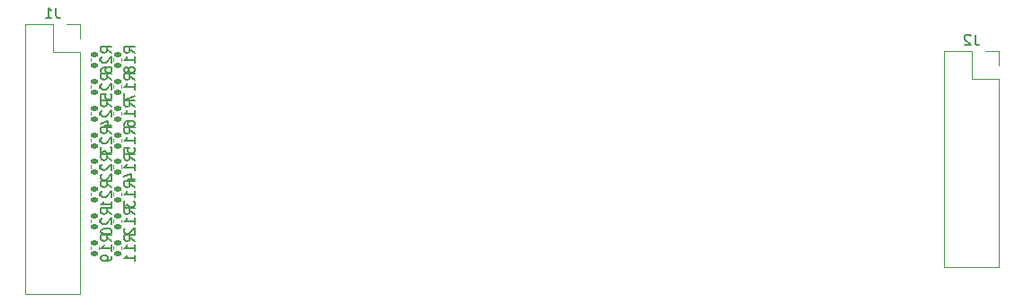
<source format=gbr>
%TF.GenerationSoftware,KiCad,Pcbnew,8.0.3*%
%TF.CreationDate,2025-07-14T16:25:53+02:00*%
%TF.ProjectId,Cmes,436d6573-2e6b-4696-9361-645f70636258,rev?*%
%TF.SameCoordinates,Original*%
%TF.FileFunction,Legend,Bot*%
%TF.FilePolarity,Positive*%
%FSLAX46Y46*%
G04 Gerber Fmt 4.6, Leading zero omitted, Abs format (unit mm)*
G04 Created by KiCad (PCBNEW 8.0.3) date 2025-07-14 16:25:53*
%MOMM*%
%LPD*%
G01*
G04 APERTURE LIST*
G04 Aperture macros list*
%AMRoundRect*
0 Rectangle with rounded corners*
0 $1 Rounding radius*
0 $2 $3 $4 $5 $6 $7 $8 $9 X,Y pos of 4 corners*
0 Add a 4 corners polygon primitive as box body*
4,1,4,$2,$3,$4,$5,$6,$7,$8,$9,$2,$3,0*
0 Add four circle primitives for the rounded corners*
1,1,$1+$1,$2,$3*
1,1,$1+$1,$4,$5*
1,1,$1+$1,$6,$7*
1,1,$1+$1,$8,$9*
0 Add four rect primitives between the rounded corners*
20,1,$1+$1,$2,$3,$4,$5,0*
20,1,$1+$1,$4,$5,$6,$7,0*
20,1,$1+$1,$6,$7,$8,$9,0*
20,1,$1+$1,$8,$9,$2,$3,0*%
G04 Aperture macros list end*
%ADD10C,0.150000*%
%ADD11C,0.120000*%
%ADD12RoundRect,0.135000X0.185000X-0.135000X0.185000X0.135000X-0.185000X0.135000X-0.185000X-0.135000X0*%
%ADD13R,1.700000X1.700000*%
%ADD14O,1.700000X1.700000*%
G04 APERTURE END LIST*
D10*
X86308419Y-91279742D02*
X85832228Y-90946409D01*
X86308419Y-90708314D02*
X85308419Y-90708314D01*
X85308419Y-90708314D02*
X85308419Y-91089266D01*
X85308419Y-91089266D02*
X85356038Y-91184504D01*
X85356038Y-91184504D02*
X85403657Y-91232123D01*
X85403657Y-91232123D02*
X85498895Y-91279742D01*
X85498895Y-91279742D02*
X85641752Y-91279742D01*
X85641752Y-91279742D02*
X85736990Y-91232123D01*
X85736990Y-91232123D02*
X85784609Y-91184504D01*
X85784609Y-91184504D02*
X85832228Y-91089266D01*
X85832228Y-91089266D02*
X85832228Y-90708314D01*
X85403657Y-91660695D02*
X85356038Y-91708314D01*
X85356038Y-91708314D02*
X85308419Y-91803552D01*
X85308419Y-91803552D02*
X85308419Y-92041647D01*
X85308419Y-92041647D02*
X85356038Y-92136885D01*
X85356038Y-92136885D02*
X85403657Y-92184504D01*
X85403657Y-92184504D02*
X85498895Y-92232123D01*
X85498895Y-92232123D02*
X85594133Y-92232123D01*
X85594133Y-92232123D02*
X85736990Y-92184504D01*
X85736990Y-92184504D02*
X86308419Y-91613076D01*
X86308419Y-91613076D02*
X86308419Y-92232123D01*
X85308419Y-92851171D02*
X85308419Y-92946409D01*
X85308419Y-92946409D02*
X85356038Y-93041647D01*
X85356038Y-93041647D02*
X85403657Y-93089266D01*
X85403657Y-93089266D02*
X85498895Y-93136885D01*
X85498895Y-93136885D02*
X85689371Y-93184504D01*
X85689371Y-93184504D02*
X85927466Y-93184504D01*
X85927466Y-93184504D02*
X86117942Y-93136885D01*
X86117942Y-93136885D02*
X86213180Y-93089266D01*
X86213180Y-93089266D02*
X86260800Y-93041647D01*
X86260800Y-93041647D02*
X86308419Y-92946409D01*
X86308419Y-92946409D02*
X86308419Y-92851171D01*
X86308419Y-92851171D02*
X86260800Y-92755933D01*
X86260800Y-92755933D02*
X86213180Y-92708314D01*
X86213180Y-92708314D02*
X86117942Y-92660695D01*
X86117942Y-92660695D02*
X85927466Y-92613076D01*
X85927466Y-92613076D02*
X85689371Y-92613076D01*
X85689371Y-92613076D02*
X85498895Y-92660695D01*
X85498895Y-92660695D02*
X85403657Y-92708314D01*
X85403657Y-92708314D02*
X85356038Y-92755933D01*
X85356038Y-92755933D02*
X85308419Y-92851171D01*
X86308419Y-83659742D02*
X85832228Y-83326409D01*
X86308419Y-83088314D02*
X85308419Y-83088314D01*
X85308419Y-83088314D02*
X85308419Y-83469266D01*
X85308419Y-83469266D02*
X85356038Y-83564504D01*
X85356038Y-83564504D02*
X85403657Y-83612123D01*
X85403657Y-83612123D02*
X85498895Y-83659742D01*
X85498895Y-83659742D02*
X85641752Y-83659742D01*
X85641752Y-83659742D02*
X85736990Y-83612123D01*
X85736990Y-83612123D02*
X85784609Y-83564504D01*
X85784609Y-83564504D02*
X85832228Y-83469266D01*
X85832228Y-83469266D02*
X85832228Y-83088314D01*
X85403657Y-84040695D02*
X85356038Y-84088314D01*
X85356038Y-84088314D02*
X85308419Y-84183552D01*
X85308419Y-84183552D02*
X85308419Y-84421647D01*
X85308419Y-84421647D02*
X85356038Y-84516885D01*
X85356038Y-84516885D02*
X85403657Y-84564504D01*
X85403657Y-84564504D02*
X85498895Y-84612123D01*
X85498895Y-84612123D02*
X85594133Y-84612123D01*
X85594133Y-84612123D02*
X85736990Y-84564504D01*
X85736990Y-84564504D02*
X86308419Y-83993076D01*
X86308419Y-83993076D02*
X86308419Y-84612123D01*
X85308419Y-84945457D02*
X85308419Y-85564504D01*
X85308419Y-85564504D02*
X85689371Y-85231171D01*
X85689371Y-85231171D02*
X85689371Y-85374028D01*
X85689371Y-85374028D02*
X85736990Y-85469266D01*
X85736990Y-85469266D02*
X85784609Y-85516885D01*
X85784609Y-85516885D02*
X85879847Y-85564504D01*
X85879847Y-85564504D02*
X86117942Y-85564504D01*
X86117942Y-85564504D02*
X86213180Y-85516885D01*
X86213180Y-85516885D02*
X86260800Y-85469266D01*
X86260800Y-85469266D02*
X86308419Y-85374028D01*
X86308419Y-85374028D02*
X86308419Y-85088314D01*
X86308419Y-85088314D02*
X86260800Y-84993076D01*
X86260800Y-84993076D02*
X86213180Y-84945457D01*
X86308419Y-81119742D02*
X85832228Y-80786409D01*
X86308419Y-80548314D02*
X85308419Y-80548314D01*
X85308419Y-80548314D02*
X85308419Y-80929266D01*
X85308419Y-80929266D02*
X85356038Y-81024504D01*
X85356038Y-81024504D02*
X85403657Y-81072123D01*
X85403657Y-81072123D02*
X85498895Y-81119742D01*
X85498895Y-81119742D02*
X85641752Y-81119742D01*
X85641752Y-81119742D02*
X85736990Y-81072123D01*
X85736990Y-81072123D02*
X85784609Y-81024504D01*
X85784609Y-81024504D02*
X85832228Y-80929266D01*
X85832228Y-80929266D02*
X85832228Y-80548314D01*
X85403657Y-81500695D02*
X85356038Y-81548314D01*
X85356038Y-81548314D02*
X85308419Y-81643552D01*
X85308419Y-81643552D02*
X85308419Y-81881647D01*
X85308419Y-81881647D02*
X85356038Y-81976885D01*
X85356038Y-81976885D02*
X85403657Y-82024504D01*
X85403657Y-82024504D02*
X85498895Y-82072123D01*
X85498895Y-82072123D02*
X85594133Y-82072123D01*
X85594133Y-82072123D02*
X85736990Y-82024504D01*
X85736990Y-82024504D02*
X86308419Y-81453076D01*
X86308419Y-81453076D02*
X86308419Y-82072123D01*
X85641752Y-82929266D02*
X86308419Y-82929266D01*
X85260800Y-82691171D02*
X85975085Y-82453076D01*
X85975085Y-82453076D02*
X85975085Y-83072123D01*
X88467419Y-86174342D02*
X87991228Y-85841009D01*
X88467419Y-85602914D02*
X87467419Y-85602914D01*
X87467419Y-85602914D02*
X87467419Y-85983866D01*
X87467419Y-85983866D02*
X87515038Y-86079104D01*
X87515038Y-86079104D02*
X87562657Y-86126723D01*
X87562657Y-86126723D02*
X87657895Y-86174342D01*
X87657895Y-86174342D02*
X87800752Y-86174342D01*
X87800752Y-86174342D02*
X87895990Y-86126723D01*
X87895990Y-86126723D02*
X87943609Y-86079104D01*
X87943609Y-86079104D02*
X87991228Y-85983866D01*
X87991228Y-85983866D02*
X87991228Y-85602914D01*
X88467419Y-87126723D02*
X88467419Y-86555295D01*
X88467419Y-86841009D02*
X87467419Y-86841009D01*
X87467419Y-86841009D02*
X87610276Y-86745771D01*
X87610276Y-86745771D02*
X87705514Y-86650533D01*
X87705514Y-86650533D02*
X87753133Y-86555295D01*
X87800752Y-87983866D02*
X88467419Y-87983866D01*
X87419800Y-87745771D02*
X88134085Y-87507676D01*
X88134085Y-87507676D02*
X88134085Y-88126723D01*
X86308419Y-76039742D02*
X85832228Y-75706409D01*
X86308419Y-75468314D02*
X85308419Y-75468314D01*
X85308419Y-75468314D02*
X85308419Y-75849266D01*
X85308419Y-75849266D02*
X85356038Y-75944504D01*
X85356038Y-75944504D02*
X85403657Y-75992123D01*
X85403657Y-75992123D02*
X85498895Y-76039742D01*
X85498895Y-76039742D02*
X85641752Y-76039742D01*
X85641752Y-76039742D02*
X85736990Y-75992123D01*
X85736990Y-75992123D02*
X85784609Y-75944504D01*
X85784609Y-75944504D02*
X85832228Y-75849266D01*
X85832228Y-75849266D02*
X85832228Y-75468314D01*
X85403657Y-76420695D02*
X85356038Y-76468314D01*
X85356038Y-76468314D02*
X85308419Y-76563552D01*
X85308419Y-76563552D02*
X85308419Y-76801647D01*
X85308419Y-76801647D02*
X85356038Y-76896885D01*
X85356038Y-76896885D02*
X85403657Y-76944504D01*
X85403657Y-76944504D02*
X85498895Y-76992123D01*
X85498895Y-76992123D02*
X85594133Y-76992123D01*
X85594133Y-76992123D02*
X85736990Y-76944504D01*
X85736990Y-76944504D02*
X86308419Y-76373076D01*
X86308419Y-76373076D02*
X86308419Y-76992123D01*
X85308419Y-77849266D02*
X85308419Y-77658790D01*
X85308419Y-77658790D02*
X85356038Y-77563552D01*
X85356038Y-77563552D02*
X85403657Y-77515933D01*
X85403657Y-77515933D02*
X85546514Y-77420695D01*
X85546514Y-77420695D02*
X85736990Y-77373076D01*
X85736990Y-77373076D02*
X86117942Y-77373076D01*
X86117942Y-77373076D02*
X86213180Y-77420695D01*
X86213180Y-77420695D02*
X86260800Y-77468314D01*
X86260800Y-77468314D02*
X86308419Y-77563552D01*
X86308419Y-77563552D02*
X86308419Y-77754028D01*
X86308419Y-77754028D02*
X86260800Y-77849266D01*
X86260800Y-77849266D02*
X86213180Y-77896885D01*
X86213180Y-77896885D02*
X86117942Y-77944504D01*
X86117942Y-77944504D02*
X85879847Y-77944504D01*
X85879847Y-77944504D02*
X85784609Y-77896885D01*
X85784609Y-77896885D02*
X85736990Y-77849266D01*
X85736990Y-77849266D02*
X85689371Y-77754028D01*
X85689371Y-77754028D02*
X85689371Y-77563552D01*
X85689371Y-77563552D02*
X85736990Y-77468314D01*
X85736990Y-77468314D02*
X85784609Y-77420695D01*
X85784609Y-77420695D02*
X85879847Y-77373076D01*
X88467419Y-78579742D02*
X87991228Y-78246409D01*
X88467419Y-78008314D02*
X87467419Y-78008314D01*
X87467419Y-78008314D02*
X87467419Y-78389266D01*
X87467419Y-78389266D02*
X87515038Y-78484504D01*
X87515038Y-78484504D02*
X87562657Y-78532123D01*
X87562657Y-78532123D02*
X87657895Y-78579742D01*
X87657895Y-78579742D02*
X87800752Y-78579742D01*
X87800752Y-78579742D02*
X87895990Y-78532123D01*
X87895990Y-78532123D02*
X87943609Y-78484504D01*
X87943609Y-78484504D02*
X87991228Y-78389266D01*
X87991228Y-78389266D02*
X87991228Y-78008314D01*
X88467419Y-79532123D02*
X88467419Y-78960695D01*
X88467419Y-79246409D02*
X87467419Y-79246409D01*
X87467419Y-79246409D02*
X87610276Y-79151171D01*
X87610276Y-79151171D02*
X87705514Y-79055933D01*
X87705514Y-79055933D02*
X87753133Y-78960695D01*
X87467419Y-79865457D02*
X87467419Y-80532123D01*
X87467419Y-80532123D02*
X88467419Y-80103552D01*
X81077733Y-71775419D02*
X81077733Y-72489704D01*
X81077733Y-72489704D02*
X81125352Y-72632561D01*
X81125352Y-72632561D02*
X81220590Y-72727800D01*
X81220590Y-72727800D02*
X81363447Y-72775419D01*
X81363447Y-72775419D02*
X81458685Y-72775419D01*
X80077733Y-72775419D02*
X80649161Y-72775419D01*
X80363447Y-72775419D02*
X80363447Y-71775419D01*
X80363447Y-71775419D02*
X80458685Y-71918276D01*
X80458685Y-71918276D02*
X80553923Y-72013514D01*
X80553923Y-72013514D02*
X80649161Y-72061133D01*
X88467419Y-76039742D02*
X87991228Y-75706409D01*
X88467419Y-75468314D02*
X87467419Y-75468314D01*
X87467419Y-75468314D02*
X87467419Y-75849266D01*
X87467419Y-75849266D02*
X87515038Y-75944504D01*
X87515038Y-75944504D02*
X87562657Y-75992123D01*
X87562657Y-75992123D02*
X87657895Y-76039742D01*
X87657895Y-76039742D02*
X87800752Y-76039742D01*
X87800752Y-76039742D02*
X87895990Y-75992123D01*
X87895990Y-75992123D02*
X87943609Y-75944504D01*
X87943609Y-75944504D02*
X87991228Y-75849266D01*
X87991228Y-75849266D02*
X87991228Y-75468314D01*
X88467419Y-76992123D02*
X88467419Y-76420695D01*
X88467419Y-76706409D02*
X87467419Y-76706409D01*
X87467419Y-76706409D02*
X87610276Y-76611171D01*
X87610276Y-76611171D02*
X87705514Y-76515933D01*
X87705514Y-76515933D02*
X87753133Y-76420695D01*
X87895990Y-77563552D02*
X87848371Y-77468314D01*
X87848371Y-77468314D02*
X87800752Y-77420695D01*
X87800752Y-77420695D02*
X87705514Y-77373076D01*
X87705514Y-77373076D02*
X87657895Y-77373076D01*
X87657895Y-77373076D02*
X87562657Y-77420695D01*
X87562657Y-77420695D02*
X87515038Y-77468314D01*
X87515038Y-77468314D02*
X87467419Y-77563552D01*
X87467419Y-77563552D02*
X87467419Y-77754028D01*
X87467419Y-77754028D02*
X87515038Y-77849266D01*
X87515038Y-77849266D02*
X87562657Y-77896885D01*
X87562657Y-77896885D02*
X87657895Y-77944504D01*
X87657895Y-77944504D02*
X87705514Y-77944504D01*
X87705514Y-77944504D02*
X87800752Y-77896885D01*
X87800752Y-77896885D02*
X87848371Y-77849266D01*
X87848371Y-77849266D02*
X87895990Y-77754028D01*
X87895990Y-77754028D02*
X87895990Y-77563552D01*
X87895990Y-77563552D02*
X87943609Y-77468314D01*
X87943609Y-77468314D02*
X87991228Y-77420695D01*
X87991228Y-77420695D02*
X88086466Y-77373076D01*
X88086466Y-77373076D02*
X88276942Y-77373076D01*
X88276942Y-77373076D02*
X88372180Y-77420695D01*
X88372180Y-77420695D02*
X88419800Y-77468314D01*
X88419800Y-77468314D02*
X88467419Y-77563552D01*
X88467419Y-77563552D02*
X88467419Y-77754028D01*
X88467419Y-77754028D02*
X88419800Y-77849266D01*
X88419800Y-77849266D02*
X88372180Y-77896885D01*
X88372180Y-77896885D02*
X88276942Y-77944504D01*
X88276942Y-77944504D02*
X88086466Y-77944504D01*
X88086466Y-77944504D02*
X87991228Y-77896885D01*
X87991228Y-77896885D02*
X87943609Y-77849266D01*
X87943609Y-77849266D02*
X87895990Y-77754028D01*
X88467419Y-83659742D02*
X87991228Y-83326409D01*
X88467419Y-83088314D02*
X87467419Y-83088314D01*
X87467419Y-83088314D02*
X87467419Y-83469266D01*
X87467419Y-83469266D02*
X87515038Y-83564504D01*
X87515038Y-83564504D02*
X87562657Y-83612123D01*
X87562657Y-83612123D02*
X87657895Y-83659742D01*
X87657895Y-83659742D02*
X87800752Y-83659742D01*
X87800752Y-83659742D02*
X87895990Y-83612123D01*
X87895990Y-83612123D02*
X87943609Y-83564504D01*
X87943609Y-83564504D02*
X87991228Y-83469266D01*
X87991228Y-83469266D02*
X87991228Y-83088314D01*
X88467419Y-84612123D02*
X88467419Y-84040695D01*
X88467419Y-84326409D02*
X87467419Y-84326409D01*
X87467419Y-84326409D02*
X87610276Y-84231171D01*
X87610276Y-84231171D02*
X87705514Y-84135933D01*
X87705514Y-84135933D02*
X87753133Y-84040695D01*
X87467419Y-85516885D02*
X87467419Y-85040695D01*
X87467419Y-85040695D02*
X87943609Y-84993076D01*
X87943609Y-84993076D02*
X87895990Y-85040695D01*
X87895990Y-85040695D02*
X87848371Y-85135933D01*
X87848371Y-85135933D02*
X87848371Y-85374028D01*
X87848371Y-85374028D02*
X87895990Y-85469266D01*
X87895990Y-85469266D02*
X87943609Y-85516885D01*
X87943609Y-85516885D02*
X88038847Y-85564504D01*
X88038847Y-85564504D02*
X88276942Y-85564504D01*
X88276942Y-85564504D02*
X88372180Y-85516885D01*
X88372180Y-85516885D02*
X88419800Y-85469266D01*
X88419800Y-85469266D02*
X88467419Y-85374028D01*
X88467419Y-85374028D02*
X88467419Y-85135933D01*
X88467419Y-85135933D02*
X88419800Y-85040695D01*
X88419800Y-85040695D02*
X88372180Y-84993076D01*
X88467419Y-91279742D02*
X87991228Y-90946409D01*
X88467419Y-90708314D02*
X87467419Y-90708314D01*
X87467419Y-90708314D02*
X87467419Y-91089266D01*
X87467419Y-91089266D02*
X87515038Y-91184504D01*
X87515038Y-91184504D02*
X87562657Y-91232123D01*
X87562657Y-91232123D02*
X87657895Y-91279742D01*
X87657895Y-91279742D02*
X87800752Y-91279742D01*
X87800752Y-91279742D02*
X87895990Y-91232123D01*
X87895990Y-91232123D02*
X87943609Y-91184504D01*
X87943609Y-91184504D02*
X87991228Y-91089266D01*
X87991228Y-91089266D02*
X87991228Y-90708314D01*
X88467419Y-92232123D02*
X88467419Y-91660695D01*
X88467419Y-91946409D02*
X87467419Y-91946409D01*
X87467419Y-91946409D02*
X87610276Y-91851171D01*
X87610276Y-91851171D02*
X87705514Y-91755933D01*
X87705514Y-91755933D02*
X87753133Y-91660695D01*
X87562657Y-92613076D02*
X87515038Y-92660695D01*
X87515038Y-92660695D02*
X87467419Y-92755933D01*
X87467419Y-92755933D02*
X87467419Y-92994028D01*
X87467419Y-92994028D02*
X87515038Y-93089266D01*
X87515038Y-93089266D02*
X87562657Y-93136885D01*
X87562657Y-93136885D02*
X87657895Y-93184504D01*
X87657895Y-93184504D02*
X87753133Y-93184504D01*
X87753133Y-93184504D02*
X87895990Y-93136885D01*
X87895990Y-93136885D02*
X88467419Y-92565457D01*
X88467419Y-92565457D02*
X88467419Y-93184504D01*
X88467419Y-81119742D02*
X87991228Y-80786409D01*
X88467419Y-80548314D02*
X87467419Y-80548314D01*
X87467419Y-80548314D02*
X87467419Y-80929266D01*
X87467419Y-80929266D02*
X87515038Y-81024504D01*
X87515038Y-81024504D02*
X87562657Y-81072123D01*
X87562657Y-81072123D02*
X87657895Y-81119742D01*
X87657895Y-81119742D02*
X87800752Y-81119742D01*
X87800752Y-81119742D02*
X87895990Y-81072123D01*
X87895990Y-81072123D02*
X87943609Y-81024504D01*
X87943609Y-81024504D02*
X87991228Y-80929266D01*
X87991228Y-80929266D02*
X87991228Y-80548314D01*
X88467419Y-82072123D02*
X88467419Y-81500695D01*
X88467419Y-81786409D02*
X87467419Y-81786409D01*
X87467419Y-81786409D02*
X87610276Y-81691171D01*
X87610276Y-81691171D02*
X87705514Y-81595933D01*
X87705514Y-81595933D02*
X87753133Y-81500695D01*
X87467419Y-82929266D02*
X87467419Y-82738790D01*
X87467419Y-82738790D02*
X87515038Y-82643552D01*
X87515038Y-82643552D02*
X87562657Y-82595933D01*
X87562657Y-82595933D02*
X87705514Y-82500695D01*
X87705514Y-82500695D02*
X87895990Y-82453076D01*
X87895990Y-82453076D02*
X88276942Y-82453076D01*
X88276942Y-82453076D02*
X88372180Y-82500695D01*
X88372180Y-82500695D02*
X88419800Y-82548314D01*
X88419800Y-82548314D02*
X88467419Y-82643552D01*
X88467419Y-82643552D02*
X88467419Y-82834028D01*
X88467419Y-82834028D02*
X88419800Y-82929266D01*
X88419800Y-82929266D02*
X88372180Y-82976885D01*
X88372180Y-82976885D02*
X88276942Y-83024504D01*
X88276942Y-83024504D02*
X88038847Y-83024504D01*
X88038847Y-83024504D02*
X87943609Y-82976885D01*
X87943609Y-82976885D02*
X87895990Y-82929266D01*
X87895990Y-82929266D02*
X87848371Y-82834028D01*
X87848371Y-82834028D02*
X87848371Y-82643552D01*
X87848371Y-82643552D02*
X87895990Y-82548314D01*
X87895990Y-82548314D02*
X87943609Y-82500695D01*
X87943609Y-82500695D02*
X88038847Y-82453076D01*
X88467419Y-88739742D02*
X87991228Y-88406409D01*
X88467419Y-88168314D02*
X87467419Y-88168314D01*
X87467419Y-88168314D02*
X87467419Y-88549266D01*
X87467419Y-88549266D02*
X87515038Y-88644504D01*
X87515038Y-88644504D02*
X87562657Y-88692123D01*
X87562657Y-88692123D02*
X87657895Y-88739742D01*
X87657895Y-88739742D02*
X87800752Y-88739742D01*
X87800752Y-88739742D02*
X87895990Y-88692123D01*
X87895990Y-88692123D02*
X87943609Y-88644504D01*
X87943609Y-88644504D02*
X87991228Y-88549266D01*
X87991228Y-88549266D02*
X87991228Y-88168314D01*
X88467419Y-89692123D02*
X88467419Y-89120695D01*
X88467419Y-89406409D02*
X87467419Y-89406409D01*
X87467419Y-89406409D02*
X87610276Y-89311171D01*
X87610276Y-89311171D02*
X87705514Y-89215933D01*
X87705514Y-89215933D02*
X87753133Y-89120695D01*
X87467419Y-90025457D02*
X87467419Y-90644504D01*
X87467419Y-90644504D02*
X87848371Y-90311171D01*
X87848371Y-90311171D02*
X87848371Y-90454028D01*
X87848371Y-90454028D02*
X87895990Y-90549266D01*
X87895990Y-90549266D02*
X87943609Y-90596885D01*
X87943609Y-90596885D02*
X88038847Y-90644504D01*
X88038847Y-90644504D02*
X88276942Y-90644504D01*
X88276942Y-90644504D02*
X88372180Y-90596885D01*
X88372180Y-90596885D02*
X88419800Y-90549266D01*
X88419800Y-90549266D02*
X88467419Y-90454028D01*
X88467419Y-90454028D02*
X88467419Y-90168314D01*
X88467419Y-90168314D02*
X88419800Y-90073076D01*
X88419800Y-90073076D02*
X88372180Y-90025457D01*
X86308419Y-78579742D02*
X85832228Y-78246409D01*
X86308419Y-78008314D02*
X85308419Y-78008314D01*
X85308419Y-78008314D02*
X85308419Y-78389266D01*
X85308419Y-78389266D02*
X85356038Y-78484504D01*
X85356038Y-78484504D02*
X85403657Y-78532123D01*
X85403657Y-78532123D02*
X85498895Y-78579742D01*
X85498895Y-78579742D02*
X85641752Y-78579742D01*
X85641752Y-78579742D02*
X85736990Y-78532123D01*
X85736990Y-78532123D02*
X85784609Y-78484504D01*
X85784609Y-78484504D02*
X85832228Y-78389266D01*
X85832228Y-78389266D02*
X85832228Y-78008314D01*
X85403657Y-78960695D02*
X85356038Y-79008314D01*
X85356038Y-79008314D02*
X85308419Y-79103552D01*
X85308419Y-79103552D02*
X85308419Y-79341647D01*
X85308419Y-79341647D02*
X85356038Y-79436885D01*
X85356038Y-79436885D02*
X85403657Y-79484504D01*
X85403657Y-79484504D02*
X85498895Y-79532123D01*
X85498895Y-79532123D02*
X85594133Y-79532123D01*
X85594133Y-79532123D02*
X85736990Y-79484504D01*
X85736990Y-79484504D02*
X86308419Y-78913076D01*
X86308419Y-78913076D02*
X86308419Y-79532123D01*
X85308419Y-80436885D02*
X85308419Y-79960695D01*
X85308419Y-79960695D02*
X85784609Y-79913076D01*
X85784609Y-79913076D02*
X85736990Y-79960695D01*
X85736990Y-79960695D02*
X85689371Y-80055933D01*
X85689371Y-80055933D02*
X85689371Y-80294028D01*
X85689371Y-80294028D02*
X85736990Y-80389266D01*
X85736990Y-80389266D02*
X85784609Y-80436885D01*
X85784609Y-80436885D02*
X85879847Y-80484504D01*
X85879847Y-80484504D02*
X86117942Y-80484504D01*
X86117942Y-80484504D02*
X86213180Y-80436885D01*
X86213180Y-80436885D02*
X86260800Y-80389266D01*
X86260800Y-80389266D02*
X86308419Y-80294028D01*
X86308419Y-80294028D02*
X86308419Y-80055933D01*
X86308419Y-80055933D02*
X86260800Y-79960695D01*
X86260800Y-79960695D02*
X86213180Y-79913076D01*
X86308419Y-86174342D02*
X85832228Y-85841009D01*
X86308419Y-85602914D02*
X85308419Y-85602914D01*
X85308419Y-85602914D02*
X85308419Y-85983866D01*
X85308419Y-85983866D02*
X85356038Y-86079104D01*
X85356038Y-86079104D02*
X85403657Y-86126723D01*
X85403657Y-86126723D02*
X85498895Y-86174342D01*
X85498895Y-86174342D02*
X85641752Y-86174342D01*
X85641752Y-86174342D02*
X85736990Y-86126723D01*
X85736990Y-86126723D02*
X85784609Y-86079104D01*
X85784609Y-86079104D02*
X85832228Y-85983866D01*
X85832228Y-85983866D02*
X85832228Y-85602914D01*
X85403657Y-86555295D02*
X85356038Y-86602914D01*
X85356038Y-86602914D02*
X85308419Y-86698152D01*
X85308419Y-86698152D02*
X85308419Y-86936247D01*
X85308419Y-86936247D02*
X85356038Y-87031485D01*
X85356038Y-87031485D02*
X85403657Y-87079104D01*
X85403657Y-87079104D02*
X85498895Y-87126723D01*
X85498895Y-87126723D02*
X85594133Y-87126723D01*
X85594133Y-87126723D02*
X85736990Y-87079104D01*
X85736990Y-87079104D02*
X86308419Y-86507676D01*
X86308419Y-86507676D02*
X86308419Y-87126723D01*
X85403657Y-87507676D02*
X85356038Y-87555295D01*
X85356038Y-87555295D02*
X85308419Y-87650533D01*
X85308419Y-87650533D02*
X85308419Y-87888628D01*
X85308419Y-87888628D02*
X85356038Y-87983866D01*
X85356038Y-87983866D02*
X85403657Y-88031485D01*
X85403657Y-88031485D02*
X85498895Y-88079104D01*
X85498895Y-88079104D02*
X85594133Y-88079104D01*
X85594133Y-88079104D02*
X85736990Y-88031485D01*
X85736990Y-88031485D02*
X86308419Y-87460057D01*
X86308419Y-87460057D02*
X86308419Y-88079104D01*
X88467419Y-93819742D02*
X87991228Y-93486409D01*
X88467419Y-93248314D02*
X87467419Y-93248314D01*
X87467419Y-93248314D02*
X87467419Y-93629266D01*
X87467419Y-93629266D02*
X87515038Y-93724504D01*
X87515038Y-93724504D02*
X87562657Y-93772123D01*
X87562657Y-93772123D02*
X87657895Y-93819742D01*
X87657895Y-93819742D02*
X87800752Y-93819742D01*
X87800752Y-93819742D02*
X87895990Y-93772123D01*
X87895990Y-93772123D02*
X87943609Y-93724504D01*
X87943609Y-93724504D02*
X87991228Y-93629266D01*
X87991228Y-93629266D02*
X87991228Y-93248314D01*
X88467419Y-94772123D02*
X88467419Y-94200695D01*
X88467419Y-94486409D02*
X87467419Y-94486409D01*
X87467419Y-94486409D02*
X87610276Y-94391171D01*
X87610276Y-94391171D02*
X87705514Y-94295933D01*
X87705514Y-94295933D02*
X87753133Y-94200695D01*
X88467419Y-95724504D02*
X88467419Y-95153076D01*
X88467419Y-95438790D02*
X87467419Y-95438790D01*
X87467419Y-95438790D02*
X87610276Y-95343552D01*
X87610276Y-95343552D02*
X87705514Y-95248314D01*
X87705514Y-95248314D02*
X87753133Y-95153076D01*
X167617733Y-74315419D02*
X167617733Y-75029704D01*
X167617733Y-75029704D02*
X167665352Y-75172561D01*
X167665352Y-75172561D02*
X167760590Y-75267800D01*
X167760590Y-75267800D02*
X167903447Y-75315419D01*
X167903447Y-75315419D02*
X167998685Y-75315419D01*
X167189161Y-74410657D02*
X167141542Y-74363038D01*
X167141542Y-74363038D02*
X167046304Y-74315419D01*
X167046304Y-74315419D02*
X166808209Y-74315419D01*
X166808209Y-74315419D02*
X166712971Y-74363038D01*
X166712971Y-74363038D02*
X166665352Y-74410657D01*
X166665352Y-74410657D02*
X166617733Y-74505895D01*
X166617733Y-74505895D02*
X166617733Y-74601133D01*
X166617733Y-74601133D02*
X166665352Y-74743990D01*
X166665352Y-74743990D02*
X167236780Y-75315419D01*
X167236780Y-75315419D02*
X166617733Y-75315419D01*
X86308419Y-93819742D02*
X85832228Y-93486409D01*
X86308419Y-93248314D02*
X85308419Y-93248314D01*
X85308419Y-93248314D02*
X85308419Y-93629266D01*
X85308419Y-93629266D02*
X85356038Y-93724504D01*
X85356038Y-93724504D02*
X85403657Y-93772123D01*
X85403657Y-93772123D02*
X85498895Y-93819742D01*
X85498895Y-93819742D02*
X85641752Y-93819742D01*
X85641752Y-93819742D02*
X85736990Y-93772123D01*
X85736990Y-93772123D02*
X85784609Y-93724504D01*
X85784609Y-93724504D02*
X85832228Y-93629266D01*
X85832228Y-93629266D02*
X85832228Y-93248314D01*
X86308419Y-94772123D02*
X86308419Y-94200695D01*
X86308419Y-94486409D02*
X85308419Y-94486409D01*
X85308419Y-94486409D02*
X85451276Y-94391171D01*
X85451276Y-94391171D02*
X85546514Y-94295933D01*
X85546514Y-94295933D02*
X85594133Y-94200695D01*
X86308419Y-95248314D02*
X86308419Y-95438790D01*
X86308419Y-95438790D02*
X86260800Y-95534028D01*
X86260800Y-95534028D02*
X86213180Y-95581647D01*
X86213180Y-95581647D02*
X86070323Y-95676885D01*
X86070323Y-95676885D02*
X85879847Y-95724504D01*
X85879847Y-95724504D02*
X85498895Y-95724504D01*
X85498895Y-95724504D02*
X85403657Y-95676885D01*
X85403657Y-95676885D02*
X85356038Y-95629266D01*
X85356038Y-95629266D02*
X85308419Y-95534028D01*
X85308419Y-95534028D02*
X85308419Y-95343552D01*
X85308419Y-95343552D02*
X85356038Y-95248314D01*
X85356038Y-95248314D02*
X85403657Y-95200695D01*
X85403657Y-95200695D02*
X85498895Y-95153076D01*
X85498895Y-95153076D02*
X85736990Y-95153076D01*
X85736990Y-95153076D02*
X85832228Y-95200695D01*
X85832228Y-95200695D02*
X85879847Y-95248314D01*
X85879847Y-95248314D02*
X85927466Y-95343552D01*
X85927466Y-95343552D02*
X85927466Y-95534028D01*
X85927466Y-95534028D02*
X85879847Y-95629266D01*
X85879847Y-95629266D02*
X85832228Y-95676885D01*
X85832228Y-95676885D02*
X85736990Y-95724504D01*
X86308419Y-88739742D02*
X85832228Y-88406409D01*
X86308419Y-88168314D02*
X85308419Y-88168314D01*
X85308419Y-88168314D02*
X85308419Y-88549266D01*
X85308419Y-88549266D02*
X85356038Y-88644504D01*
X85356038Y-88644504D02*
X85403657Y-88692123D01*
X85403657Y-88692123D02*
X85498895Y-88739742D01*
X85498895Y-88739742D02*
X85641752Y-88739742D01*
X85641752Y-88739742D02*
X85736990Y-88692123D01*
X85736990Y-88692123D02*
X85784609Y-88644504D01*
X85784609Y-88644504D02*
X85832228Y-88549266D01*
X85832228Y-88549266D02*
X85832228Y-88168314D01*
X85403657Y-89120695D02*
X85356038Y-89168314D01*
X85356038Y-89168314D02*
X85308419Y-89263552D01*
X85308419Y-89263552D02*
X85308419Y-89501647D01*
X85308419Y-89501647D02*
X85356038Y-89596885D01*
X85356038Y-89596885D02*
X85403657Y-89644504D01*
X85403657Y-89644504D02*
X85498895Y-89692123D01*
X85498895Y-89692123D02*
X85594133Y-89692123D01*
X85594133Y-89692123D02*
X85736990Y-89644504D01*
X85736990Y-89644504D02*
X86308419Y-89073076D01*
X86308419Y-89073076D02*
X86308419Y-89692123D01*
X86308419Y-90644504D02*
X86308419Y-90073076D01*
X86308419Y-90358790D02*
X85308419Y-90358790D01*
X85308419Y-90358790D02*
X85451276Y-90263552D01*
X85451276Y-90263552D02*
X85546514Y-90168314D01*
X85546514Y-90168314D02*
X85594133Y-90073076D01*
D11*
%TO.C,R20*%
X84303600Y-91768959D02*
X84303600Y-92076241D01*
X85063600Y-91768959D02*
X85063600Y-92076241D01*
%TO.C,R23*%
X84303600Y-84148959D02*
X84303600Y-84456241D01*
X85063600Y-84148959D02*
X85063600Y-84456241D01*
%TO.C,R24*%
X84303600Y-81608959D02*
X84303600Y-81916241D01*
X85063600Y-81608959D02*
X85063600Y-81916241D01*
%TO.C,R14*%
X86462600Y-86663559D02*
X86462600Y-86970841D01*
X87222600Y-86663559D02*
X87222600Y-86970841D01*
%TO.C,R26*%
X84303600Y-76528959D02*
X84303600Y-76836241D01*
X85063600Y-76528959D02*
X85063600Y-76836241D01*
%TO.C,R17*%
X86462600Y-79068959D02*
X86462600Y-79376241D01*
X87222600Y-79068959D02*
X87222600Y-79376241D01*
%TO.C,J1*%
X78144400Y-73320600D02*
X78144400Y-98840600D01*
X80744400Y-73320600D02*
X78144400Y-73320600D01*
X80744400Y-75920600D02*
X80744400Y-73320600D01*
X83344400Y-73320600D02*
X82014400Y-73320600D01*
X83344400Y-74650600D02*
X83344400Y-73320600D01*
X83344400Y-75920600D02*
X80744400Y-75920600D01*
X83344400Y-75920600D02*
X83344400Y-98840600D01*
X83344400Y-98840600D02*
X78144400Y-98840600D01*
%TO.C,R18*%
X86462600Y-76528959D02*
X86462600Y-76836241D01*
X87222600Y-76528959D02*
X87222600Y-76836241D01*
%TO.C,R15*%
X86462600Y-84148959D02*
X86462600Y-84456241D01*
X87222600Y-84148959D02*
X87222600Y-84456241D01*
%TO.C,R12*%
X86462600Y-91768959D02*
X86462600Y-92076241D01*
X87222600Y-91768959D02*
X87222600Y-92076241D01*
%TO.C,R16*%
X86462600Y-81608959D02*
X86462600Y-81916241D01*
X87222600Y-81608959D02*
X87222600Y-81916241D01*
%TO.C,R13*%
X86462600Y-89228959D02*
X86462600Y-89536241D01*
X87222600Y-89228959D02*
X87222600Y-89536241D01*
%TO.C,R25*%
X84303600Y-79068959D02*
X84303600Y-79376241D01*
X85063600Y-79068959D02*
X85063600Y-79376241D01*
%TO.C,R22*%
X84303600Y-86663559D02*
X84303600Y-86970841D01*
X85063600Y-86663559D02*
X85063600Y-86970841D01*
%TO.C,R11*%
X86462600Y-94308959D02*
X86462600Y-94616241D01*
X87222600Y-94308959D02*
X87222600Y-94616241D01*
%TO.C,J2*%
X164684400Y-75860600D02*
X164684400Y-96300600D01*
X167284400Y-75860600D02*
X164684400Y-75860600D01*
X167284400Y-78460600D02*
X167284400Y-75860600D01*
X169884400Y-75860600D02*
X168554400Y-75860600D01*
X169884400Y-77190600D02*
X169884400Y-75860600D01*
X169884400Y-78460600D02*
X167284400Y-78460600D01*
X169884400Y-78460600D02*
X169884400Y-96300600D01*
X169884400Y-96300600D02*
X164684400Y-96300600D01*
%TO.C,R19*%
X84303600Y-94308959D02*
X84303600Y-94616241D01*
X85063600Y-94308959D02*
X85063600Y-94616241D01*
%TO.C,R21*%
X84303600Y-89228959D02*
X84303600Y-89536241D01*
X85063600Y-89228959D02*
X85063600Y-89536241D01*
%TD*%
%LPC*%
D12*
%TO.C,R20*%
X84683600Y-92432600D03*
X84683600Y-91412600D03*
%TD*%
%TO.C,R23*%
X84683600Y-84812600D03*
X84683600Y-83792600D03*
%TD*%
%TO.C,R24*%
X84683600Y-82272600D03*
X84683600Y-81252600D03*
%TD*%
%TO.C,R14*%
X86842600Y-87327200D03*
X86842600Y-86307200D03*
%TD*%
%TO.C,R26*%
X84683600Y-77192600D03*
X84683600Y-76172600D03*
%TD*%
%TO.C,R17*%
X86842600Y-79732600D03*
X86842600Y-78712600D03*
%TD*%
D13*
%TO.C,J1*%
X82014400Y-74650600D03*
D14*
X79474400Y-74650600D03*
X82014400Y-77190600D03*
X79474400Y-77190600D03*
X82014400Y-79730600D03*
X79474400Y-79730600D03*
X82014400Y-82270600D03*
X79474400Y-82270600D03*
X82014400Y-84810600D03*
X79474400Y-84810600D03*
X82014400Y-87350600D03*
X79474400Y-87350600D03*
X82014400Y-89890600D03*
X79474400Y-89890600D03*
X82014400Y-92430600D03*
X79474400Y-92430600D03*
X82014400Y-94970600D03*
X79474400Y-94970600D03*
X82014400Y-97510600D03*
X79474400Y-97510600D03*
%TD*%
D12*
%TO.C,R18*%
X86842600Y-77192600D03*
X86842600Y-76172600D03*
%TD*%
%TO.C,R15*%
X86842600Y-84812600D03*
X86842600Y-83792600D03*
%TD*%
%TO.C,R12*%
X86842600Y-92432600D03*
X86842600Y-91412600D03*
%TD*%
%TO.C,R16*%
X86842600Y-82272600D03*
X86842600Y-81252600D03*
%TD*%
%TO.C,R13*%
X86842600Y-89892600D03*
X86842600Y-88872600D03*
%TD*%
%TO.C,R25*%
X84683600Y-79732600D03*
X84683600Y-78712600D03*
%TD*%
%TO.C,R22*%
X84683600Y-87327200D03*
X84683600Y-86307200D03*
%TD*%
%TO.C,R11*%
X86842600Y-94972600D03*
X86842600Y-93952600D03*
%TD*%
D13*
%TO.C,J2*%
X168554400Y-77190600D03*
D14*
X166014400Y-77190600D03*
X168554400Y-79730600D03*
X166014400Y-79730600D03*
X168554400Y-82270600D03*
X166014400Y-82270600D03*
X168554400Y-84810600D03*
X166014400Y-84810600D03*
X168554400Y-87350600D03*
X166014400Y-87350600D03*
X168554400Y-89890600D03*
X166014400Y-89890600D03*
X168554400Y-92430600D03*
X166014400Y-92430600D03*
X168554400Y-94970600D03*
X166014400Y-94970600D03*
%TD*%
D12*
%TO.C,R19*%
X84683600Y-94972600D03*
X84683600Y-93952600D03*
%TD*%
%TO.C,R21*%
X84683600Y-89892600D03*
X84683600Y-88872600D03*
%TD*%
%LPD*%
M02*

</source>
